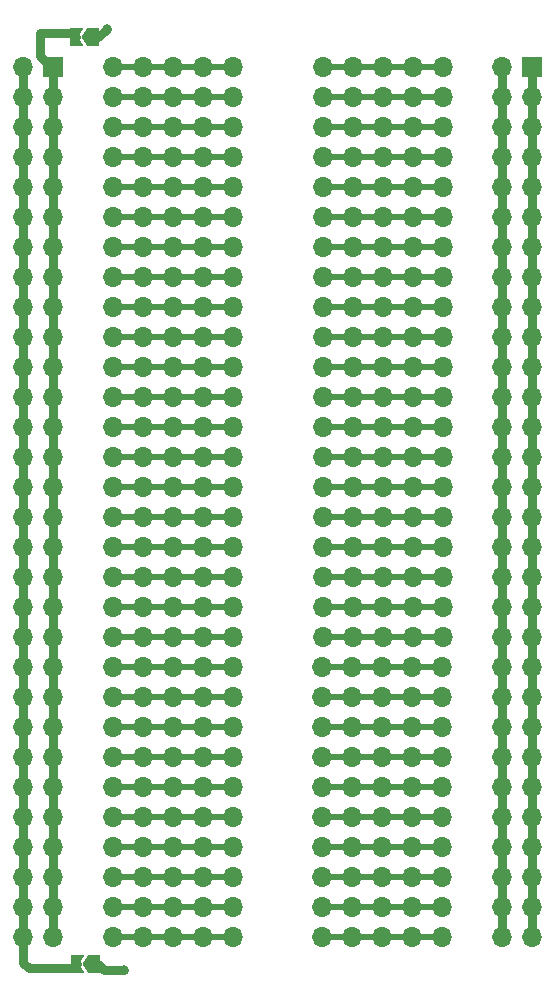
<source format=gbr>
%TF.GenerationSoftware,KiCad,Pcbnew,7.0.2*%
%TF.CreationDate,2024-01-29T21:10:08-05:00*%
%TF.ProjectId,dpx_perv_5x30-s,6470785f-7065-4727-965f-357833302d73,rev?*%
%TF.SameCoordinates,Original*%
%TF.FileFunction,Copper,L2,Bot*%
%TF.FilePolarity,Positive*%
%FSLAX46Y46*%
G04 Gerber Fmt 4.6, Leading zero omitted, Abs format (unit mm)*
G04 Created by KiCad (PCBNEW 7.0.2) date 2024-01-29 21:10:08*
%MOMM*%
%LPD*%
G01*
G04 APERTURE LIST*
G04 Aperture macros list*
%AMFreePoly0*
4,1,6,1.000000,0.000000,0.500000,-0.750000,-0.500000,-0.750000,-0.500000,0.750000,0.500000,0.750000,1.000000,0.000000,1.000000,0.000000,$1*%
%AMFreePoly1*
4,1,6,0.500000,-0.750000,-0.650000,-0.750000,-0.150000,0.000000,-0.650000,0.750000,0.500000,0.750000,0.500000,-0.750000,0.500000,-0.750000,$1*%
G04 Aperture macros list end*
%TA.AperFunction,EtchedComponent*%
%ADD10C,0.508000*%
%TD*%
%TA.AperFunction,EtchedComponent*%
%ADD11C,0.500000*%
%TD*%
%TA.AperFunction,SMDPad,CuDef*%
%ADD12FreePoly0,180.000000*%
%TD*%
%TA.AperFunction,SMDPad,CuDef*%
%ADD13FreePoly1,180.000000*%
%TD*%
%TA.AperFunction,ComponentPad*%
%ADD14R,1.700000X1.700000*%
%TD*%
%TA.AperFunction,ComponentPad*%
%ADD15O,1.700000X1.700000*%
%TD*%
%TA.AperFunction,ViaPad*%
%ADD16C,0.800000*%
%TD*%
%TA.AperFunction,Conductor*%
%ADD17C,0.750000*%
%TD*%
G04 APERTURE END LIST*
D10*
%TO.C,U6*%
X79165000Y-107270000D02*
X76625000Y-107270000D01*
X79165000Y-104730000D02*
X76625000Y-104730000D01*
X79165000Y-102190000D02*
X76625000Y-102190000D01*
X79165000Y-99650000D02*
X76625000Y-99650000D01*
X79165000Y-97110000D02*
X76625000Y-97110000D01*
X76625000Y-107270000D02*
X74085000Y-107270000D01*
X76625000Y-104730000D02*
X74085000Y-104730000D01*
X76625000Y-102190000D02*
X74085000Y-102190000D01*
X76625000Y-99650000D02*
X74085000Y-99650000D01*
X76625000Y-97110000D02*
X74085000Y-97110000D01*
X74085000Y-107270000D02*
X71545000Y-107270000D01*
X74085000Y-104730000D02*
X71545000Y-104730000D01*
X74085000Y-102190000D02*
X71545000Y-102190000D01*
X74085000Y-99650000D02*
X71545000Y-99650000D01*
X74085000Y-97110000D02*
X71545000Y-97110000D01*
D11*
X69005000Y-107270000D02*
X71545000Y-107270000D01*
X69005000Y-104730000D02*
X71545000Y-104730000D01*
X69005000Y-102190000D02*
X71545000Y-102190000D01*
X69005000Y-99650000D02*
X71545000Y-99650000D01*
X69005000Y-97110000D02*
X71545000Y-97110000D01*
D10*
X61405000Y-107270000D02*
X58865000Y-107270000D01*
X61405000Y-104730000D02*
X58865000Y-104730000D01*
X61405000Y-102190000D02*
X58865000Y-102190000D01*
X61405000Y-99650000D02*
X58865000Y-99650000D01*
X61395000Y-97110000D02*
X58855000Y-97110000D01*
X58865000Y-107270000D02*
X56325000Y-107270000D01*
X58865000Y-104730000D02*
X56325000Y-104730000D01*
X58865000Y-102190000D02*
X56325000Y-102190000D01*
X58865000Y-99650000D02*
X56325000Y-99650000D01*
X58855000Y-97110000D02*
X56315000Y-97110000D01*
X56325000Y-107270000D02*
X53785000Y-107270000D01*
X56325000Y-104730000D02*
X53785000Y-104730000D01*
X56325000Y-102190000D02*
X53785000Y-102190000D01*
X56325000Y-99650000D02*
X53785000Y-99650000D01*
X56315000Y-97110000D02*
X53775000Y-97110000D01*
X53785000Y-107270000D02*
X51245000Y-107270000D01*
X53785000Y-104730000D02*
X51245000Y-104730000D01*
X53785000Y-102190000D02*
X51245000Y-102190000D01*
X53785000Y-99650000D02*
X51245000Y-99650000D01*
X53775000Y-97110000D02*
X51235000Y-97110000D01*
%TO.C,U2*%
X79195000Y-56470000D02*
X76655000Y-56470000D01*
X79195000Y-53930000D02*
X76655000Y-53930000D01*
X79195000Y-51390000D02*
X76655000Y-51390000D01*
X79195000Y-48850000D02*
X76655000Y-48850000D01*
X79195000Y-46310000D02*
X76655000Y-46310000D01*
X76655000Y-56470000D02*
X74115000Y-56470000D01*
X76655000Y-53930000D02*
X74115000Y-53930000D01*
X76655000Y-51390000D02*
X74115000Y-51390000D01*
X76655000Y-48850000D02*
X74115000Y-48850000D01*
X76655000Y-46310000D02*
X74115000Y-46310000D01*
X74115000Y-56470000D02*
X71575000Y-56470000D01*
X74115000Y-53930000D02*
X71575000Y-53930000D01*
X74115000Y-51390000D02*
X71575000Y-51390000D01*
X74115000Y-48850000D02*
X71575000Y-48850000D01*
X74115000Y-46310000D02*
X71575000Y-46310000D01*
D11*
X69035000Y-56470000D02*
X71575000Y-56470000D01*
X69035000Y-53930000D02*
X71575000Y-53930000D01*
X69035000Y-51390000D02*
X71575000Y-51390000D01*
X69035000Y-48850000D02*
X71575000Y-48850000D01*
X69035000Y-46310000D02*
X71575000Y-46310000D01*
D10*
X61435000Y-56470000D02*
X58895000Y-56470000D01*
X61435000Y-53930000D02*
X58895000Y-53930000D01*
X61435000Y-51390000D02*
X58895000Y-51390000D01*
X61435000Y-48850000D02*
X58895000Y-48850000D01*
X61425000Y-46310000D02*
X58885000Y-46310000D01*
X58895000Y-56470000D02*
X56355000Y-56470000D01*
X58895000Y-53930000D02*
X56355000Y-53930000D01*
X58895000Y-51390000D02*
X56355000Y-51390000D01*
X58895000Y-48850000D02*
X56355000Y-48850000D01*
X58885000Y-46310000D02*
X56345000Y-46310000D01*
X56355000Y-56470000D02*
X53815000Y-56470000D01*
X56355000Y-53930000D02*
X53815000Y-53930000D01*
X56355000Y-51390000D02*
X53815000Y-51390000D01*
X56355000Y-48850000D02*
X53815000Y-48850000D01*
X56345000Y-46310000D02*
X53805000Y-46310000D01*
X53815000Y-56470000D02*
X51275000Y-56470000D01*
X53815000Y-53930000D02*
X51275000Y-53930000D01*
X53815000Y-51390000D02*
X51275000Y-51390000D01*
X53815000Y-48850000D02*
X51275000Y-48850000D01*
X53805000Y-46310000D02*
X51265000Y-46310000D01*
%TO.C,U1*%
X79180000Y-43775000D02*
X76640000Y-43775000D01*
X79180000Y-41235000D02*
X76640000Y-41235000D01*
X79180000Y-38695000D02*
X76640000Y-38695000D01*
X79180000Y-36155000D02*
X76640000Y-36155000D01*
X79180000Y-33615000D02*
X76640000Y-33615000D01*
X76640000Y-43775000D02*
X74100000Y-43775000D01*
X76640000Y-41235000D02*
X74100000Y-41235000D01*
X76640000Y-38695000D02*
X74100000Y-38695000D01*
X76640000Y-36155000D02*
X74100000Y-36155000D01*
X76640000Y-33615000D02*
X74100000Y-33615000D01*
X74100000Y-43775000D02*
X71560000Y-43775000D01*
X74100000Y-41235000D02*
X71560000Y-41235000D01*
X74100000Y-38695000D02*
X71560000Y-38695000D01*
X74100000Y-36155000D02*
X71560000Y-36155000D01*
X74100000Y-33615000D02*
X71560000Y-33615000D01*
D11*
X69020000Y-43775000D02*
X71560000Y-43775000D01*
X69020000Y-41235000D02*
X71560000Y-41235000D01*
X69020000Y-38695000D02*
X71560000Y-38695000D01*
X69020000Y-36155000D02*
X71560000Y-36155000D01*
X69020000Y-33615000D02*
X71560000Y-33615000D01*
D10*
X61420000Y-43775000D02*
X58880000Y-43775000D01*
X61420000Y-41235000D02*
X58880000Y-41235000D01*
X61420000Y-38695000D02*
X58880000Y-38695000D01*
X61420000Y-36155000D02*
X58880000Y-36155000D01*
X61410000Y-33615000D02*
X58870000Y-33615000D01*
X58880000Y-43775000D02*
X56340000Y-43775000D01*
X58880000Y-41235000D02*
X56340000Y-41235000D01*
X58880000Y-38695000D02*
X56340000Y-38695000D01*
X58880000Y-36155000D02*
X56340000Y-36155000D01*
X58870000Y-33615000D02*
X56330000Y-33615000D01*
X56340000Y-43775000D02*
X53800000Y-43775000D01*
X56340000Y-41235000D02*
X53800000Y-41235000D01*
X56340000Y-38695000D02*
X53800000Y-38695000D01*
X56340000Y-36155000D02*
X53800000Y-36155000D01*
X56330000Y-33615000D02*
X53790000Y-33615000D01*
X53800000Y-43775000D02*
X51260000Y-43775000D01*
X53800000Y-41235000D02*
X51260000Y-41235000D01*
X53800000Y-38695000D02*
X51260000Y-38695000D01*
X53800000Y-36155000D02*
X51260000Y-36155000D01*
X53790000Y-33615000D02*
X51250000Y-33615000D01*
%TO.C,U4*%
X79185000Y-81870000D02*
X76645000Y-81870000D01*
X79185000Y-79330000D02*
X76645000Y-79330000D01*
X79185000Y-76790000D02*
X76645000Y-76790000D01*
X79185000Y-74250000D02*
X76645000Y-74250000D01*
X79185000Y-71710000D02*
X76645000Y-71710000D01*
X76645000Y-81870000D02*
X74105000Y-81870000D01*
X76645000Y-79330000D02*
X74105000Y-79330000D01*
X76645000Y-76790000D02*
X74105000Y-76790000D01*
X76645000Y-74250000D02*
X74105000Y-74250000D01*
X76645000Y-71710000D02*
X74105000Y-71710000D01*
X74105000Y-81870000D02*
X71565000Y-81870000D01*
X74105000Y-79330000D02*
X71565000Y-79330000D01*
X74105000Y-76790000D02*
X71565000Y-76790000D01*
X74105000Y-74250000D02*
X71565000Y-74250000D01*
X74105000Y-71710000D02*
X71565000Y-71710000D01*
D11*
X69025000Y-81870000D02*
X71565000Y-81870000D01*
X69025000Y-79330000D02*
X71565000Y-79330000D01*
X69025000Y-76790000D02*
X71565000Y-76790000D01*
X69025000Y-74250000D02*
X71565000Y-74250000D01*
X69025000Y-71710000D02*
X71565000Y-71710000D01*
D10*
X61425000Y-81870000D02*
X58885000Y-81870000D01*
X61425000Y-79330000D02*
X58885000Y-79330000D01*
X61425000Y-76790000D02*
X58885000Y-76790000D01*
X61425000Y-74250000D02*
X58885000Y-74250000D01*
X61415000Y-71710000D02*
X58875000Y-71710000D01*
X58885000Y-81870000D02*
X56345000Y-81870000D01*
X58885000Y-79330000D02*
X56345000Y-79330000D01*
X58885000Y-76790000D02*
X56345000Y-76790000D01*
X58885000Y-74250000D02*
X56345000Y-74250000D01*
X58875000Y-71710000D02*
X56335000Y-71710000D01*
X56345000Y-81870000D02*
X53805000Y-81870000D01*
X56345000Y-79330000D02*
X53805000Y-79330000D01*
X56345000Y-76790000D02*
X53805000Y-76790000D01*
X56345000Y-74250000D02*
X53805000Y-74250000D01*
X56335000Y-71710000D02*
X53795000Y-71710000D01*
X53805000Y-81870000D02*
X51265000Y-81870000D01*
X53805000Y-79330000D02*
X51265000Y-79330000D01*
X53805000Y-76790000D02*
X51265000Y-76790000D01*
X53805000Y-74250000D02*
X51265000Y-74250000D01*
X53795000Y-71710000D02*
X51255000Y-71710000D01*
%TO.C,U3*%
X79185000Y-69180000D02*
X76645000Y-69180000D01*
X79185000Y-66640000D02*
X76645000Y-66640000D01*
X79185000Y-64100000D02*
X76645000Y-64100000D01*
X79185000Y-61560000D02*
X76645000Y-61560000D01*
X79185000Y-59020000D02*
X76645000Y-59020000D01*
X76645000Y-69180000D02*
X74105000Y-69180000D01*
X76645000Y-66640000D02*
X74105000Y-66640000D01*
X76645000Y-64100000D02*
X74105000Y-64100000D01*
X76645000Y-61560000D02*
X74105000Y-61560000D01*
X76645000Y-59020000D02*
X74105000Y-59020000D01*
X74105000Y-69180000D02*
X71565000Y-69180000D01*
X74105000Y-66640000D02*
X71565000Y-66640000D01*
X74105000Y-64100000D02*
X71565000Y-64100000D01*
X74105000Y-61560000D02*
X71565000Y-61560000D01*
X74105000Y-59020000D02*
X71565000Y-59020000D01*
D11*
X69025000Y-69180000D02*
X71565000Y-69180000D01*
X69025000Y-66640000D02*
X71565000Y-66640000D01*
X69025000Y-64100000D02*
X71565000Y-64100000D01*
X69025000Y-61560000D02*
X71565000Y-61560000D01*
X69025000Y-59020000D02*
X71565000Y-59020000D01*
D10*
X61425000Y-69180000D02*
X58885000Y-69180000D01*
X61425000Y-66640000D02*
X58885000Y-66640000D01*
X61425000Y-64100000D02*
X58885000Y-64100000D01*
X61425000Y-61560000D02*
X58885000Y-61560000D01*
X61415000Y-59020000D02*
X58875000Y-59020000D01*
X58885000Y-69180000D02*
X56345000Y-69180000D01*
X58885000Y-66640000D02*
X56345000Y-66640000D01*
X58885000Y-64100000D02*
X56345000Y-64100000D01*
X58885000Y-61560000D02*
X56345000Y-61560000D01*
X58875000Y-59020000D02*
X56335000Y-59020000D01*
X56345000Y-69180000D02*
X53805000Y-69180000D01*
X56345000Y-66640000D02*
X53805000Y-66640000D01*
X56345000Y-64100000D02*
X53805000Y-64100000D01*
X56345000Y-61560000D02*
X53805000Y-61560000D01*
X56335000Y-59020000D02*
X53795000Y-59020000D01*
X53805000Y-69180000D02*
X51265000Y-69180000D01*
X53805000Y-66640000D02*
X51265000Y-66640000D01*
X53805000Y-64100000D02*
X51265000Y-64100000D01*
X53805000Y-61560000D02*
X51265000Y-61560000D01*
X53795000Y-59020000D02*
X51255000Y-59020000D01*
%TO.C,U5*%
X79165000Y-94560000D02*
X76625000Y-94560000D01*
X79165000Y-92020000D02*
X76625000Y-92020000D01*
X79165000Y-89480000D02*
X76625000Y-89480000D01*
X79165000Y-86940000D02*
X76625000Y-86940000D01*
X79165000Y-84400000D02*
X76625000Y-84400000D01*
X76625000Y-94560000D02*
X74085000Y-94560000D01*
X76625000Y-92020000D02*
X74085000Y-92020000D01*
X76625000Y-89480000D02*
X74085000Y-89480000D01*
X76625000Y-86940000D02*
X74085000Y-86940000D01*
X76625000Y-84400000D02*
X74085000Y-84400000D01*
X74085000Y-94560000D02*
X71545000Y-94560000D01*
X74085000Y-92020000D02*
X71545000Y-92020000D01*
X74085000Y-89480000D02*
X71545000Y-89480000D01*
X74085000Y-86940000D02*
X71545000Y-86940000D01*
X74085000Y-84400000D02*
X71545000Y-84400000D01*
D11*
X69005000Y-94560000D02*
X71545000Y-94560000D01*
X69005000Y-92020000D02*
X71545000Y-92020000D01*
X69005000Y-89480000D02*
X71545000Y-89480000D01*
X69005000Y-86940000D02*
X71545000Y-86940000D01*
X69005000Y-84400000D02*
X71545000Y-84400000D01*
D10*
X61405000Y-94560000D02*
X58865000Y-94560000D01*
X61405000Y-92020000D02*
X58865000Y-92020000D01*
X61405000Y-89480000D02*
X58865000Y-89480000D01*
X61405000Y-86940000D02*
X58865000Y-86940000D01*
X61395000Y-84400000D02*
X58855000Y-84400000D01*
X58865000Y-94560000D02*
X56325000Y-94560000D01*
X58865000Y-92020000D02*
X56325000Y-92020000D01*
X58865000Y-89480000D02*
X56325000Y-89480000D01*
X58865000Y-86940000D02*
X56325000Y-86940000D01*
X58855000Y-84400000D02*
X56315000Y-84400000D01*
X56325000Y-94560000D02*
X53785000Y-94560000D01*
X56325000Y-92020000D02*
X53785000Y-92020000D01*
X56325000Y-89480000D02*
X53785000Y-89480000D01*
X56325000Y-86940000D02*
X53785000Y-86940000D01*
X56315000Y-84400000D02*
X53775000Y-84400000D01*
X53785000Y-94560000D02*
X51245000Y-94560000D01*
X53785000Y-92020000D02*
X51245000Y-92020000D01*
X53785000Y-89480000D02*
X51245000Y-89480000D01*
X53785000Y-86940000D02*
X51245000Y-86940000D01*
X53775000Y-84400000D02*
X51235000Y-84400000D01*
%TD*%
D12*
%TO.P,REF\u002A\u002A,1*%
%TO.N,N/C*%
X49645000Y-109570000D03*
D13*
%TO.P,REF\u002A\u002A,2*%
X48195000Y-109570000D03*
%TD*%
D12*
%TO.P,REF\u002A\u002A,1*%
%TO.N,N/C*%
X49575000Y-31070000D03*
D13*
%TO.P,REF\u002A\u002A,2*%
X48125000Y-31070000D03*
%TD*%
D14*
%TO.P,J1,1,Pin_1*%
%TO.N,VCC*%
X46220000Y-33615000D03*
D15*
%TO.P,J1,2,Pin_2*%
%TO.N,GND*%
X43680000Y-33615000D03*
%TO.P,J1,3,Pin_3*%
%TO.N,VCC*%
X46220000Y-36155000D03*
%TO.P,J1,4,Pin_4*%
%TO.N,GND*%
X43680000Y-36155000D03*
%TO.P,J1,5,Pin_5*%
%TO.N,VCC*%
X46220000Y-38695000D03*
%TO.P,J1,6,Pin_6*%
%TO.N,GND*%
X43680000Y-38695000D03*
%TO.P,J1,7,Pin_7*%
%TO.N,VCC*%
X46220000Y-41235000D03*
%TO.P,J1,8,Pin_8*%
%TO.N,GND*%
X43680000Y-41235000D03*
%TO.P,J1,9,Pin_9*%
%TO.N,VCC*%
X46220000Y-43775000D03*
%TO.P,J1,10,Pin_10*%
%TO.N,GND*%
X43680000Y-43775000D03*
%TO.P,J1,11,Pin_11*%
%TO.N,VCC*%
X46220000Y-46315000D03*
%TO.P,J1,12,Pin_12*%
%TO.N,GND*%
X43680000Y-46315000D03*
%TO.P,J1,13,Pin_13*%
%TO.N,VCC*%
X46220000Y-48855000D03*
%TO.P,J1,14,Pin_14*%
%TO.N,GND*%
X43680000Y-48855000D03*
%TO.P,J1,15,Pin_15*%
%TO.N,VCC*%
X46220000Y-51395000D03*
%TO.P,J1,16,Pin_16*%
%TO.N,GND*%
X43680000Y-51395000D03*
%TO.P,J1,17,Pin_17*%
%TO.N,VCC*%
X46220000Y-53935000D03*
%TO.P,J1,18,Pin_18*%
%TO.N,GND*%
X43680000Y-53935000D03*
%TO.P,J1,19,Pin_19*%
%TO.N,VCC*%
X46220000Y-56475000D03*
%TO.P,J1,20,Pin_20*%
%TO.N,GND*%
X43680000Y-56475000D03*
%TO.P,J1,21,Pin_21*%
%TO.N,VCC*%
X46220000Y-59015000D03*
%TO.P,J1,22,Pin_22*%
%TO.N,GND*%
X43680000Y-59015000D03*
%TO.P,J1,23,Pin_23*%
%TO.N,VCC*%
X46220000Y-61555000D03*
%TO.P,J1,24,Pin_24*%
%TO.N,GND*%
X43680000Y-61555000D03*
%TO.P,J1,25,Pin_25*%
%TO.N,VCC*%
X46220000Y-64095000D03*
%TO.P,J1,26,Pin_26*%
%TO.N,GND*%
X43680000Y-64095000D03*
%TO.P,J1,27,Pin_27*%
%TO.N,VCC*%
X46220000Y-66635000D03*
%TO.P,J1,28,Pin_28*%
%TO.N,GND*%
X43680000Y-66635000D03*
%TO.P,J1,29,Pin_29*%
%TO.N,VCC*%
X46220000Y-69175000D03*
%TO.P,J1,30,Pin_30*%
%TO.N,GND*%
X43680000Y-69175000D03*
%TO.P,J1,31,Pin_31*%
%TO.N,VCC*%
X46220000Y-71715000D03*
%TO.P,J1,32,Pin_32*%
%TO.N,GND*%
X43680000Y-71715000D03*
%TO.P,J1,33,Pin_33*%
%TO.N,VCC*%
X46220000Y-74255000D03*
%TO.P,J1,34,Pin_34*%
%TO.N,GND*%
X43680000Y-74255000D03*
%TO.P,J1,35,Pin_35*%
%TO.N,VCC*%
X46220000Y-76795000D03*
%TO.P,J1,36,Pin_36*%
%TO.N,GND*%
X43680000Y-76795000D03*
%TO.P,J1,37,Pin_37*%
%TO.N,VCC*%
X46220000Y-79335000D03*
%TO.P,J1,38,Pin_38*%
%TO.N,GND*%
X43680000Y-79335000D03*
%TO.P,J1,39,Pin_39*%
%TO.N,VCC*%
X46220000Y-81875000D03*
%TO.P,J1,40,Pin_40*%
%TO.N,GND*%
X43680000Y-81875000D03*
%TO.P,J1,41,Pin_41*%
%TO.N,VCC*%
X46220000Y-84415000D03*
%TO.P,J1,42,Pin_42*%
%TO.N,GND*%
X43680000Y-84415000D03*
%TO.P,J1,43,Pin_43*%
%TO.N,VCC*%
X46220000Y-86955000D03*
%TO.P,J1,44,Pin_44*%
%TO.N,GND*%
X43680000Y-86955000D03*
%TO.P,J1,45,Pin_45*%
%TO.N,VCC*%
X46220000Y-89495000D03*
%TO.P,J1,46,Pin_46*%
%TO.N,GND*%
X43680000Y-89495000D03*
%TO.P,J1,47,Pin_47*%
%TO.N,VCC*%
X46220000Y-92035000D03*
%TO.P,J1,48,Pin_48*%
%TO.N,GND*%
X43680000Y-92035000D03*
%TO.P,J1,49,Pin_49*%
%TO.N,VCC*%
X46220000Y-94575000D03*
%TO.P,J1,50,Pin_50*%
%TO.N,GND*%
X43680000Y-94575000D03*
%TO.P,J1,51,Pin_51*%
%TO.N,VCC*%
X46220000Y-97115000D03*
%TO.P,J1,52,Pin_52*%
%TO.N,GND*%
X43680000Y-97115000D03*
%TO.P,J1,53,Pin_53*%
%TO.N,VCC*%
X46220000Y-99655000D03*
%TO.P,J1,54,Pin_54*%
%TO.N,GND*%
X43680000Y-99655000D03*
%TO.P,J1,55,Pin_55*%
%TO.N,VCC*%
X46220000Y-102195000D03*
%TO.P,J1,56,Pin_56*%
%TO.N,GND*%
X43680000Y-102195000D03*
%TO.P,J1,57,Pin_57*%
%TO.N,VCC*%
X46220000Y-104735000D03*
%TO.P,J1,58,Pin_58*%
%TO.N,GND*%
X43680000Y-104735000D03*
%TO.P,J1,59,Pin_59*%
%TO.N,VCC*%
X46220000Y-107275000D03*
%TO.P,J1,60,Pin_60*%
%TO.N,GND*%
X43680000Y-107275000D03*
%TD*%
D14*
%TO.P,J2,1,Pin_1*%
%TO.N,VCC*%
X86770000Y-33615000D03*
D15*
%TO.P,J2,2,Pin_2*%
%TO.N,GND*%
X84230000Y-33615000D03*
%TO.P,J2,3,Pin_3*%
%TO.N,VCC*%
X86770000Y-36155000D03*
%TO.P,J2,4,Pin_4*%
%TO.N,GND*%
X84230000Y-36155000D03*
%TO.P,J2,5,Pin_5*%
%TO.N,VCC*%
X86770000Y-38695000D03*
%TO.P,J2,6,Pin_6*%
%TO.N,GND*%
X84230000Y-38695000D03*
%TO.P,J2,7,Pin_7*%
%TO.N,VCC*%
X86770000Y-41235000D03*
%TO.P,J2,8,Pin_8*%
%TO.N,GND*%
X84230000Y-41235000D03*
%TO.P,J2,9,Pin_9*%
%TO.N,VCC*%
X86770000Y-43775000D03*
%TO.P,J2,10,Pin_10*%
%TO.N,GND*%
X84230000Y-43775000D03*
%TO.P,J2,11,Pin_11*%
%TO.N,VCC*%
X86770000Y-46315000D03*
%TO.P,J2,12,Pin_12*%
%TO.N,GND*%
X84230000Y-46315000D03*
%TO.P,J2,13,Pin_13*%
%TO.N,VCC*%
X86770000Y-48855000D03*
%TO.P,J2,14,Pin_14*%
%TO.N,GND*%
X84230000Y-48855000D03*
%TO.P,J2,15,Pin_15*%
%TO.N,VCC*%
X86770000Y-51395000D03*
%TO.P,J2,16,Pin_16*%
%TO.N,GND*%
X84230000Y-51395000D03*
%TO.P,J2,17,Pin_17*%
%TO.N,VCC*%
X86770000Y-53935000D03*
%TO.P,J2,18,Pin_18*%
%TO.N,GND*%
X84230000Y-53935000D03*
%TO.P,J2,19,Pin_19*%
%TO.N,VCC*%
X86770000Y-56475000D03*
%TO.P,J2,20,Pin_20*%
%TO.N,GND*%
X84230000Y-56475000D03*
%TO.P,J2,21,Pin_21*%
%TO.N,VCC*%
X86770000Y-59015000D03*
%TO.P,J2,22,Pin_22*%
%TO.N,GND*%
X84230000Y-59015000D03*
%TO.P,J2,23,Pin_23*%
%TO.N,VCC*%
X86770000Y-61555000D03*
%TO.P,J2,24,Pin_24*%
%TO.N,GND*%
X84230000Y-61555000D03*
%TO.P,J2,25,Pin_25*%
%TO.N,VCC*%
X86770000Y-64095000D03*
%TO.P,J2,26,Pin_26*%
%TO.N,GND*%
X84230000Y-64095000D03*
%TO.P,J2,27,Pin_27*%
%TO.N,VCC*%
X86770000Y-66635000D03*
%TO.P,J2,28,Pin_28*%
%TO.N,GND*%
X84230000Y-66635000D03*
%TO.P,J2,29,Pin_29*%
%TO.N,VCC*%
X86770000Y-69175000D03*
%TO.P,J2,30,Pin_30*%
%TO.N,GND*%
X84230000Y-69175000D03*
%TO.P,J2,31,Pin_31*%
%TO.N,VCC*%
X86770000Y-71715000D03*
%TO.P,J2,32,Pin_32*%
%TO.N,GND*%
X84230000Y-71715000D03*
%TO.P,J2,33,Pin_33*%
%TO.N,VCC*%
X86770000Y-74255000D03*
%TO.P,J2,34,Pin_34*%
%TO.N,GND*%
X84230000Y-74255000D03*
%TO.P,J2,35,Pin_35*%
%TO.N,VCC*%
X86770000Y-76795000D03*
%TO.P,J2,36,Pin_36*%
%TO.N,GND*%
X84230000Y-76795000D03*
%TO.P,J2,37,Pin_37*%
%TO.N,VCC*%
X86770000Y-79335000D03*
%TO.P,J2,38,Pin_38*%
%TO.N,GND*%
X84230000Y-79335000D03*
%TO.P,J2,39,Pin_39*%
%TO.N,VCC*%
X86770000Y-81875000D03*
%TO.P,J2,40,Pin_40*%
%TO.N,GND*%
X84230000Y-81875000D03*
%TO.P,J2,41,Pin_41*%
%TO.N,VCC*%
X86770000Y-84415000D03*
%TO.P,J2,42,Pin_42*%
%TO.N,GND*%
X84230000Y-84415000D03*
%TO.P,J2,43,Pin_43*%
%TO.N,VCC*%
X86770000Y-86955000D03*
%TO.P,J2,44,Pin_44*%
%TO.N,GND*%
X84230000Y-86955000D03*
%TO.P,J2,45,Pin_45*%
%TO.N,VCC*%
X86770000Y-89495000D03*
%TO.P,J2,46,Pin_46*%
%TO.N,GND*%
X84230000Y-89495000D03*
%TO.P,J2,47,Pin_47*%
%TO.N,VCC*%
X86770000Y-92035000D03*
%TO.P,J2,48,Pin_48*%
%TO.N,GND*%
X84230000Y-92035000D03*
%TO.P,J2,49,Pin_49*%
%TO.N,VCC*%
X86770000Y-94575000D03*
%TO.P,J2,50,Pin_50*%
%TO.N,GND*%
X84230000Y-94575000D03*
%TO.P,J2,51,Pin_51*%
%TO.N,VCC*%
X86770000Y-97115000D03*
%TO.P,J2,52,Pin_52*%
%TO.N,GND*%
X84230000Y-97115000D03*
%TO.P,J2,53,Pin_53*%
%TO.N,VCC*%
X86770000Y-99655000D03*
%TO.P,J2,54,Pin_54*%
%TO.N,GND*%
X84230000Y-99655000D03*
%TO.P,J2,55,Pin_55*%
%TO.N,VCC*%
X86770000Y-102195000D03*
%TO.P,J2,56,Pin_56*%
%TO.N,GND*%
X84230000Y-102195000D03*
%TO.P,J2,57,Pin_57*%
%TO.N,VCC*%
X86770000Y-104735000D03*
%TO.P,J2,58,Pin_58*%
%TO.N,GND*%
X84230000Y-104735000D03*
%TO.P,J2,59,Pin_59*%
%TO.N,VCC*%
X86770000Y-107275000D03*
%TO.P,J2,60,Pin_60*%
%TO.N,GND*%
X84230000Y-107275000D03*
%TD*%
%TO.P,U6,1*%
%TO.N,N/C*%
X79165000Y-97110000D03*
%TO.P,U6,2*%
X76625000Y-97110000D03*
%TO.P,U6,3*%
X74085000Y-97110000D03*
%TO.P,U6,4*%
X71545000Y-97110000D03*
%TO.P,U6,5*%
X69005000Y-97110000D03*
%TO.P,U6,6*%
X61405000Y-97110000D03*
%TO.P,U6,11*%
X79165000Y-99650000D03*
%TO.P,U6,12*%
X76625000Y-99650000D03*
%TO.P,U6,13*%
X74085000Y-99650000D03*
%TO.P,U6,14*%
X71545000Y-99650000D03*
%TO.P,U6,15*%
X69005000Y-99650000D03*
%TO.P,U6,16*%
X61405000Y-99650000D03*
%TO.P,U6,17*%
X58865000Y-99650000D03*
X58855000Y-97110000D03*
%TO.P,U6,18*%
X56325000Y-99650000D03*
X56315000Y-97110000D03*
%TO.P,U6,19*%
X53785000Y-99650000D03*
X53775000Y-97110000D03*
%TO.P,U6,20*%
X51245000Y-99650000D03*
X51235000Y-97110000D03*
%TO.P,U6,21*%
X79165000Y-102190000D03*
%TO.P,U6,22*%
X76625000Y-102190000D03*
%TO.P,U6,23*%
X74085000Y-102190000D03*
%TO.P,U6,24*%
X71545000Y-102190000D03*
%TO.P,U6,25*%
X69005000Y-102190000D03*
%TO.P,U6,26*%
X61405000Y-102190000D03*
%TO.P,U6,27*%
X58865000Y-102190000D03*
%TO.P,U6,28*%
X56325000Y-102190000D03*
%TO.P,U6,29*%
X53785000Y-102190000D03*
%TO.P,U6,30*%
X51245000Y-102190000D03*
%TO.P,U6,31*%
X79165000Y-104730000D03*
%TO.P,U6,32*%
X76625000Y-104730000D03*
%TO.P,U6,33*%
X74085000Y-104730000D03*
%TO.P,U6,34*%
X71545000Y-104730000D03*
%TO.P,U6,35*%
X69005000Y-104730000D03*
%TO.P,U6,36*%
X61405000Y-104730000D03*
%TO.P,U6,37*%
X58865000Y-104730000D03*
%TO.P,U6,38*%
X56325000Y-104730000D03*
%TO.P,U6,39*%
X53785000Y-104730000D03*
%TO.P,U6,40*%
X51245000Y-104730000D03*
%TO.P,U6,41*%
X79165000Y-107270000D03*
%TO.P,U6,42*%
X76625000Y-107270000D03*
%TO.P,U6,43*%
X74085000Y-107270000D03*
%TO.P,U6,44*%
X71545000Y-107270000D03*
%TO.P,U6,45*%
X69005000Y-107270000D03*
%TO.P,U6,46*%
X61405000Y-107270000D03*
%TO.P,U6,47*%
X58865000Y-107270000D03*
%TO.P,U6,48*%
X56325000Y-107270000D03*
%TO.P,U6,49*%
X53785000Y-107270000D03*
%TO.P,U6,50*%
X51245000Y-107270000D03*
%TD*%
%TO.P,U2,1*%
%TO.N,N/C*%
X79195000Y-46310000D03*
%TO.P,U2,2*%
X76655000Y-46310000D03*
%TO.P,U2,3*%
X74115000Y-46310000D03*
%TO.P,U2,4*%
X71575000Y-46310000D03*
%TO.P,U2,5*%
X69035000Y-46310000D03*
%TO.P,U2,6*%
X61435000Y-46310000D03*
%TO.P,U2,11*%
X79195000Y-48850000D03*
%TO.P,U2,12*%
X76655000Y-48850000D03*
%TO.P,U2,13*%
X74115000Y-48850000D03*
%TO.P,U2,14*%
X71575000Y-48850000D03*
%TO.P,U2,15*%
X69035000Y-48850000D03*
%TO.P,U2,16*%
X61435000Y-48850000D03*
%TO.P,U2,17*%
X58895000Y-48850000D03*
X58885000Y-46310000D03*
%TO.P,U2,18*%
X56355000Y-48850000D03*
X56345000Y-46310000D03*
%TO.P,U2,19*%
X53815000Y-48850000D03*
X53805000Y-46310000D03*
%TO.P,U2,20*%
X51275000Y-48850000D03*
X51265000Y-46310000D03*
%TO.P,U2,21*%
X79195000Y-51390000D03*
%TO.P,U2,22*%
X76655000Y-51390000D03*
%TO.P,U2,23*%
X74115000Y-51390000D03*
%TO.P,U2,24*%
X71575000Y-51390000D03*
%TO.P,U2,25*%
X69035000Y-51390000D03*
%TO.P,U2,26*%
X61435000Y-51390000D03*
%TO.P,U2,27*%
X58895000Y-51390000D03*
%TO.P,U2,28*%
X56355000Y-51390000D03*
%TO.P,U2,29*%
X53815000Y-51390000D03*
%TO.P,U2,30*%
X51275000Y-51390000D03*
%TO.P,U2,31*%
X79195000Y-53930000D03*
%TO.P,U2,32*%
X76655000Y-53930000D03*
%TO.P,U2,33*%
X74115000Y-53930000D03*
%TO.P,U2,34*%
X71575000Y-53930000D03*
%TO.P,U2,35*%
X69035000Y-53930000D03*
%TO.P,U2,36*%
X61435000Y-53930000D03*
%TO.P,U2,37*%
X58895000Y-53930000D03*
%TO.P,U2,38*%
X56355000Y-53930000D03*
%TO.P,U2,39*%
X53815000Y-53930000D03*
%TO.P,U2,40*%
X51275000Y-53930000D03*
%TO.P,U2,41*%
X79195000Y-56470000D03*
%TO.P,U2,42*%
X76655000Y-56470000D03*
%TO.P,U2,43*%
X74115000Y-56470000D03*
%TO.P,U2,44*%
X71575000Y-56470000D03*
%TO.P,U2,45*%
X69035000Y-56470000D03*
%TO.P,U2,46*%
X61435000Y-56470000D03*
%TO.P,U2,47*%
X58895000Y-56470000D03*
%TO.P,U2,48*%
X56355000Y-56470000D03*
%TO.P,U2,49*%
X53815000Y-56470000D03*
%TO.P,U2,50*%
X51275000Y-56470000D03*
%TD*%
%TO.P,U1,1*%
%TO.N,N/C*%
X79180000Y-33615000D03*
%TO.P,U1,2*%
X76640000Y-33615000D03*
%TO.P,U1,3*%
X74100000Y-33615000D03*
%TO.P,U1,4*%
X71560000Y-33615000D03*
%TO.P,U1,5*%
X69020000Y-33615000D03*
%TO.P,U1,6*%
X61420000Y-33615000D03*
%TO.P,U1,11*%
X79180000Y-36155000D03*
%TO.P,U1,12*%
X76640000Y-36155000D03*
%TO.P,U1,13*%
X74100000Y-36155000D03*
%TO.P,U1,14*%
X71560000Y-36155000D03*
%TO.P,U1,15*%
X69020000Y-36155000D03*
%TO.P,U1,16*%
X61420000Y-36155000D03*
%TO.P,U1,17*%
X58880000Y-36155000D03*
X58870000Y-33615000D03*
%TO.P,U1,18*%
X56340000Y-36155000D03*
X56330000Y-33615000D03*
%TO.P,U1,19*%
X53800000Y-36155000D03*
X53790000Y-33615000D03*
%TO.P,U1,20*%
X51260000Y-36155000D03*
X51250000Y-33615000D03*
%TO.P,U1,21*%
X79180000Y-38695000D03*
%TO.P,U1,22*%
X76640000Y-38695000D03*
%TO.P,U1,23*%
X74100000Y-38695000D03*
%TO.P,U1,24*%
X71560000Y-38695000D03*
%TO.P,U1,25*%
X69020000Y-38695000D03*
%TO.P,U1,26*%
X61420000Y-38695000D03*
%TO.P,U1,27*%
X58880000Y-38695000D03*
%TO.P,U1,28*%
X56340000Y-38695000D03*
%TO.P,U1,29*%
X53800000Y-38695000D03*
%TO.P,U1,30*%
X51260000Y-38695000D03*
%TO.P,U1,31*%
X79180000Y-41235000D03*
%TO.P,U1,32*%
X76640000Y-41235000D03*
%TO.P,U1,33*%
X74100000Y-41235000D03*
%TO.P,U1,34*%
X71560000Y-41235000D03*
%TO.P,U1,35*%
X69020000Y-41235000D03*
%TO.P,U1,36*%
X61420000Y-41235000D03*
%TO.P,U1,37*%
X58880000Y-41235000D03*
%TO.P,U1,38*%
X56340000Y-41235000D03*
%TO.P,U1,39*%
X53800000Y-41235000D03*
%TO.P,U1,40*%
X51260000Y-41235000D03*
%TO.P,U1,41*%
X79180000Y-43775000D03*
%TO.P,U1,42*%
X76640000Y-43775000D03*
%TO.P,U1,43*%
X74100000Y-43775000D03*
%TO.P,U1,44*%
X71560000Y-43775000D03*
%TO.P,U1,45*%
X69020000Y-43775000D03*
%TO.P,U1,46*%
X61420000Y-43775000D03*
%TO.P,U1,47*%
X58880000Y-43775000D03*
%TO.P,U1,48*%
X56340000Y-43775000D03*
%TO.P,U1,49*%
X53800000Y-43775000D03*
%TO.P,U1,50*%
X51260000Y-43775000D03*
%TD*%
%TO.P,U4,1*%
%TO.N,N/C*%
X79185000Y-71710000D03*
%TO.P,U4,2*%
X76645000Y-71710000D03*
%TO.P,U4,3*%
X74105000Y-71710000D03*
%TO.P,U4,4*%
X71565000Y-71710000D03*
%TO.P,U4,5*%
X69025000Y-71710000D03*
%TO.P,U4,6*%
X61425000Y-71710000D03*
%TO.P,U4,11*%
X79185000Y-74250000D03*
%TO.P,U4,12*%
X76645000Y-74250000D03*
%TO.P,U4,13*%
X74105000Y-74250000D03*
%TO.P,U4,14*%
X71565000Y-74250000D03*
%TO.P,U4,15*%
X69025000Y-74250000D03*
%TO.P,U4,16*%
X61425000Y-74250000D03*
%TO.P,U4,17*%
X58885000Y-74250000D03*
X58875000Y-71710000D03*
%TO.P,U4,18*%
X56345000Y-74250000D03*
X56335000Y-71710000D03*
%TO.P,U4,19*%
X53805000Y-74250000D03*
X53795000Y-71710000D03*
%TO.P,U4,20*%
X51265000Y-74250000D03*
X51255000Y-71710000D03*
%TO.P,U4,21*%
X79185000Y-76790000D03*
%TO.P,U4,22*%
X76645000Y-76790000D03*
%TO.P,U4,23*%
X74105000Y-76790000D03*
%TO.P,U4,24*%
X71565000Y-76790000D03*
%TO.P,U4,25*%
X69025000Y-76790000D03*
%TO.P,U4,26*%
X61425000Y-76790000D03*
%TO.P,U4,27*%
X58885000Y-76790000D03*
%TO.P,U4,28*%
X56345000Y-76790000D03*
%TO.P,U4,29*%
X53805000Y-76790000D03*
%TO.P,U4,30*%
X51265000Y-76790000D03*
%TO.P,U4,31*%
X79185000Y-79330000D03*
%TO.P,U4,32*%
X76645000Y-79330000D03*
%TO.P,U4,33*%
X74105000Y-79330000D03*
%TO.P,U4,34*%
X71565000Y-79330000D03*
%TO.P,U4,35*%
X69025000Y-79330000D03*
%TO.P,U4,36*%
X61425000Y-79330000D03*
%TO.P,U4,37*%
X58885000Y-79330000D03*
%TO.P,U4,38*%
X56345000Y-79330000D03*
%TO.P,U4,39*%
X53805000Y-79330000D03*
%TO.P,U4,40*%
X51265000Y-79330000D03*
%TO.P,U4,41*%
X79185000Y-81870000D03*
%TO.P,U4,42*%
X76645000Y-81870000D03*
%TO.P,U4,43*%
X74105000Y-81870000D03*
%TO.P,U4,44*%
X71565000Y-81870000D03*
%TO.P,U4,45*%
X69025000Y-81870000D03*
%TO.P,U4,46*%
X61425000Y-81870000D03*
%TO.P,U4,47*%
X58885000Y-81870000D03*
%TO.P,U4,48*%
X56345000Y-81870000D03*
%TO.P,U4,49*%
X53805000Y-81870000D03*
%TO.P,U4,50*%
X51265000Y-81870000D03*
%TD*%
%TO.P,U3,1*%
%TO.N,N/C*%
X79185000Y-59020000D03*
%TO.P,U3,2*%
X76645000Y-59020000D03*
%TO.P,U3,3*%
X74105000Y-59020000D03*
%TO.P,U3,4*%
X71565000Y-59020000D03*
%TO.P,U3,5*%
X69025000Y-59020000D03*
%TO.P,U3,6*%
X61425000Y-59020000D03*
%TO.P,U3,11*%
X79185000Y-61560000D03*
%TO.P,U3,12*%
X76645000Y-61560000D03*
%TO.P,U3,13*%
X74105000Y-61560000D03*
%TO.P,U3,14*%
X71565000Y-61560000D03*
%TO.P,U3,15*%
X69025000Y-61560000D03*
%TO.P,U3,16*%
X61425000Y-61560000D03*
%TO.P,U3,17*%
X58885000Y-61560000D03*
X58875000Y-59020000D03*
%TO.P,U3,18*%
X56345000Y-61560000D03*
X56335000Y-59020000D03*
%TO.P,U3,19*%
X53805000Y-61560000D03*
X53795000Y-59020000D03*
%TO.P,U3,20*%
X51265000Y-61560000D03*
X51255000Y-59020000D03*
%TO.P,U3,21*%
X79185000Y-64100000D03*
%TO.P,U3,22*%
X76645000Y-64100000D03*
%TO.P,U3,23*%
X74105000Y-64100000D03*
%TO.P,U3,24*%
X71565000Y-64100000D03*
%TO.P,U3,25*%
X69025000Y-64100000D03*
%TO.P,U3,26*%
X61425000Y-64100000D03*
%TO.P,U3,27*%
X58885000Y-64100000D03*
%TO.P,U3,28*%
X56345000Y-64100000D03*
%TO.P,U3,29*%
X53805000Y-64100000D03*
%TO.P,U3,30*%
X51265000Y-64100000D03*
%TO.P,U3,31*%
X79185000Y-66640000D03*
%TO.P,U3,32*%
X76645000Y-66640000D03*
%TO.P,U3,33*%
X74105000Y-66640000D03*
%TO.P,U3,34*%
X71565000Y-66640000D03*
%TO.P,U3,35*%
X69025000Y-66640000D03*
%TO.P,U3,36*%
X61425000Y-66640000D03*
%TO.P,U3,37*%
X58885000Y-66640000D03*
%TO.P,U3,38*%
X56345000Y-66640000D03*
%TO.P,U3,39*%
X53805000Y-66640000D03*
%TO.P,U3,40*%
X51265000Y-66640000D03*
%TO.P,U3,41*%
X79185000Y-69180000D03*
%TO.P,U3,42*%
X76645000Y-69180000D03*
%TO.P,U3,43*%
X74105000Y-69180000D03*
%TO.P,U3,44*%
X71565000Y-69180000D03*
%TO.P,U3,45*%
X69025000Y-69180000D03*
%TO.P,U3,46*%
X61425000Y-69180000D03*
%TO.P,U3,47*%
X58885000Y-69180000D03*
%TO.P,U3,48*%
X56345000Y-69180000D03*
%TO.P,U3,49*%
X53805000Y-69180000D03*
%TO.P,U3,50*%
X51265000Y-69180000D03*
%TD*%
%TO.P,U5,1*%
%TO.N,N/C*%
X79165000Y-84400000D03*
%TO.P,U5,2*%
X76625000Y-84400000D03*
%TO.P,U5,3*%
X74085000Y-84400000D03*
%TO.P,U5,4*%
X71545000Y-84400000D03*
%TO.P,U5,5*%
X69005000Y-84400000D03*
%TO.P,U5,6*%
X61405000Y-84400000D03*
%TO.P,U5,11*%
X79165000Y-86940000D03*
%TO.P,U5,12*%
X76625000Y-86940000D03*
%TO.P,U5,13*%
X74085000Y-86940000D03*
%TO.P,U5,14*%
X71545000Y-86940000D03*
%TO.P,U5,15*%
X69005000Y-86940000D03*
%TO.P,U5,16*%
X61405000Y-86940000D03*
%TO.P,U5,17*%
X58865000Y-86940000D03*
X58855000Y-84400000D03*
%TO.P,U5,18*%
X56325000Y-86940000D03*
X56315000Y-84400000D03*
%TO.P,U5,19*%
X53785000Y-86940000D03*
X53775000Y-84400000D03*
%TO.P,U5,20*%
X51245000Y-86940000D03*
X51235000Y-84400000D03*
%TO.P,U5,21*%
X79165000Y-89480000D03*
%TO.P,U5,22*%
X76625000Y-89480000D03*
%TO.P,U5,23*%
X74085000Y-89480000D03*
%TO.P,U5,24*%
X71545000Y-89480000D03*
%TO.P,U5,25*%
X69005000Y-89480000D03*
%TO.P,U5,26*%
X61405000Y-89480000D03*
%TO.P,U5,27*%
X58865000Y-89480000D03*
%TO.P,U5,28*%
X56325000Y-89480000D03*
%TO.P,U5,29*%
X53785000Y-89480000D03*
%TO.P,U5,30*%
X51245000Y-89480000D03*
%TO.P,U5,31*%
X79165000Y-92020000D03*
%TO.P,U5,32*%
X76625000Y-92020000D03*
%TO.P,U5,33*%
X74085000Y-92020000D03*
%TO.P,U5,34*%
X71545000Y-92020000D03*
%TO.P,U5,35*%
X69005000Y-92020000D03*
%TO.P,U5,36*%
X61405000Y-92020000D03*
%TO.P,U5,37*%
X58865000Y-92020000D03*
%TO.P,U5,38*%
X56325000Y-92020000D03*
%TO.P,U5,39*%
X53785000Y-92020000D03*
%TO.P,U5,40*%
X51245000Y-92020000D03*
%TO.P,U5,41*%
X79165000Y-94560000D03*
%TO.P,U5,42*%
X76625000Y-94560000D03*
%TO.P,U5,43*%
X74085000Y-94560000D03*
%TO.P,U5,44*%
X71545000Y-94560000D03*
%TO.P,U5,45*%
X69005000Y-94560000D03*
%TO.P,U5,46*%
X61405000Y-94560000D03*
%TO.P,U5,47*%
X58865000Y-94560000D03*
%TO.P,U5,48*%
X56325000Y-94560000D03*
%TO.P,U5,49*%
X53785000Y-94560000D03*
%TO.P,U5,50*%
X51245000Y-94560000D03*
%TD*%
D16*
%TO.N,VCC*%
X50750000Y-30360000D03*
%TO.N,GND*%
X52180000Y-110020000D03*
%TD*%
D17*
%TO.N,VCC*%
X45100000Y-30710000D02*
X47765000Y-30710000D01*
X46065000Y-33615000D02*
X45100000Y-32650000D01*
X46220000Y-33615000D02*
X46065000Y-33615000D01*
X45100000Y-32650000D02*
X45100000Y-30710000D01*
X47765000Y-30710000D02*
X48125000Y-31070000D01*
%TO.N,GND*%
X50030000Y-109570000D02*
X49645000Y-109570000D01*
X50480000Y-110020000D02*
X50030000Y-109570000D01*
X52180000Y-110020000D02*
X50480000Y-110020000D01*
X44160000Y-109920000D02*
X47845000Y-109920000D01*
X43680000Y-109440000D02*
X44160000Y-109920000D01*
X47845000Y-109920000D02*
X48195000Y-109570000D01*
X43680000Y-107275000D02*
X43680000Y-109440000D01*
%TO.N,VCC*%
X50040000Y-31070000D02*
X50750000Y-30360000D01*
X49575000Y-31070000D02*
X50040000Y-31070000D01*
X86770000Y-33615000D02*
X86770000Y-107275000D01*
X46220000Y-33615000D02*
X46220000Y-107275000D01*
%TO.N,GND*%
X43680000Y-107275000D02*
X43680000Y-33615000D01*
X84230000Y-107275000D02*
X84230000Y-33615000D01*
%TD*%
M02*

</source>
